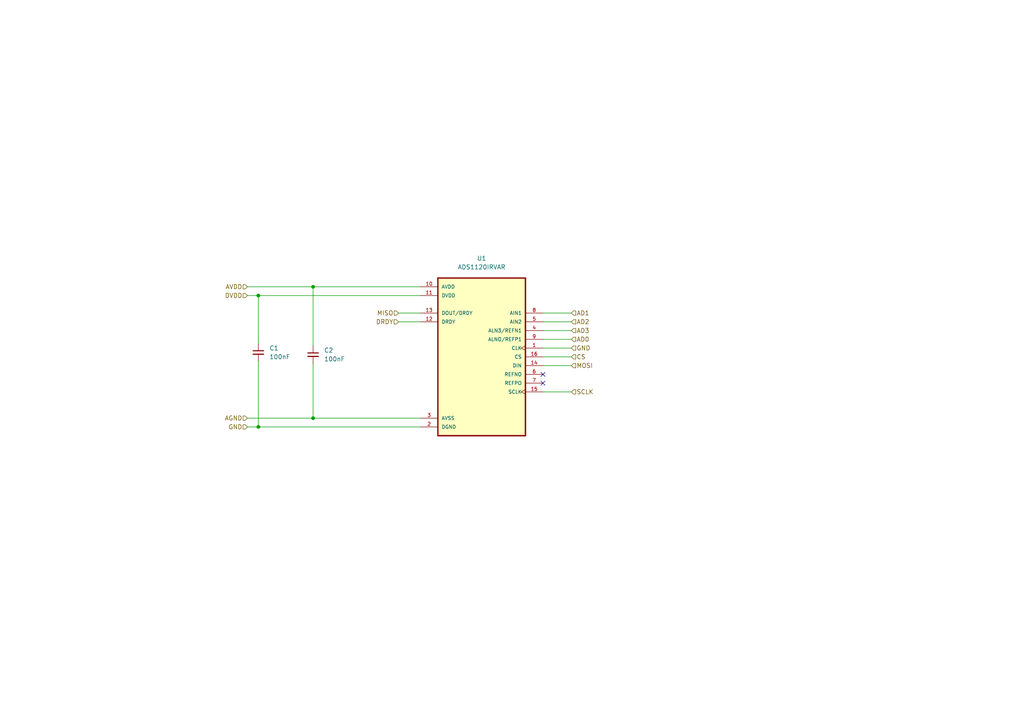
<source format=kicad_sch>
(kicad_sch (version 20211123) (generator eeschema)

  (uuid 1895faed-13c7-4877-930c-ef39a1d7419c)

  (paper "A4")

  (lib_symbols
    (symbol "Device:C_Small" (pin_numbers hide) (pin_names (offset 0.254) hide) (in_bom yes) (on_board yes)
      (property "Reference" "C" (id 0) (at 0.254 1.778 0)
        (effects (font (size 1.27 1.27)) (justify left))
      )
      (property "Value" "C_Small" (id 1) (at 0.254 -2.032 0)
        (effects (font (size 1.27 1.27)) (justify left))
      )
      (property "Footprint" "" (id 2) (at 0 0 0)
        (effects (font (size 1.27 1.27)) hide)
      )
      (property "Datasheet" "~" (id 3) (at 0 0 0)
        (effects (font (size 1.27 1.27)) hide)
      )
      (property "ki_keywords" "capacitor cap" (id 4) (at 0 0 0)
        (effects (font (size 1.27 1.27)) hide)
      )
      (property "ki_description" "Unpolarized capacitor, small symbol" (id 5) (at 0 0 0)
        (effects (font (size 1.27 1.27)) hide)
      )
      (property "ki_fp_filters" "C_*" (id 6) (at 0 0 0)
        (effects (font (size 1.27 1.27)) hide)
      )
      (symbol "C_Small_0_1"
        (polyline
          (pts
            (xy -1.524 -0.508)
            (xy 1.524 -0.508)
          )
          (stroke (width 0.3302) (type default) (color 0 0 0 0))
          (fill (type none))
        )
        (polyline
          (pts
            (xy -1.524 0.508)
            (xy 1.524 0.508)
          )
          (stroke (width 0.3048) (type default) (color 0 0 0 0))
          (fill (type none))
        )
      )
      (symbol "C_Small_1_1"
        (pin passive line (at 0 2.54 270) (length 2.032)
          (name "~" (effects (font (size 1.27 1.27))))
          (number "1" (effects (font (size 1.27 1.27))))
        )
        (pin passive line (at 0 -2.54 90) (length 2.032)
          (name "~" (effects (font (size 1.27 1.27))))
          (number "2" (effects (font (size 1.27 1.27))))
        )
      )
    )
    (symbol "b110:ADS1120IRVAR" (pin_names (offset 1.016)) (in_bom yes) (on_board yes)
      (property "Reference" "U" (id 0) (at -12.7 23.86 0)
        (effects (font (size 1.27 1.27)) (justify left bottom))
      )
      (property "Value" "ADS1120IRVAR" (id 1) (at -12.7 -26.86 0)
        (effects (font (size 1.27 1.27)) (justify left bottom))
      )
      (property "Footprint" "QFN50P350X350X100-17N" (id 2) (at 0 0 0)
        (effects (font (size 1.27 1.27)) (justify bottom) hide)
      )
      (property "Datasheet" "" (id 3) (at 0 0 0)
        (effects (font (size 1.27 1.27)) hide)
      )
      (symbol "ADS1120IRVAR_0_0"
        (rectangle (start -12.7 -22.86) (end 12.7 22.86)
          (stroke (width 0.41) (type default) (color 0 0 0 0))
          (fill (type background))
        )
        (pin input clock (at -17.78 2.54 0) (length 5.08)
          (name "CLK" (effects (font (size 1.016 1.016))))
          (number "1" (effects (font (size 1.016 1.016))))
        )
        (pin power_in line (at 17.78 20.32 180) (length 5.08)
          (name "AVDD" (effects (font (size 1.016 1.016))))
          (number "10" (effects (font (size 1.016 1.016))))
        )
        (pin power_in line (at 17.78 17.78 180) (length 5.08)
          (name "DVDD" (effects (font (size 1.016 1.016))))
          (number "11" (effects (font (size 1.016 1.016))))
        )
        (pin output line (at 17.78 10.16 180) (length 5.08)
          (name "DRDY" (effects (font (size 1.016 1.016))))
          (number "12" (effects (font (size 1.016 1.016))))
        )
        (pin output line (at 17.78 12.7 180) (length 5.08)
          (name "DOUT/DRDY" (effects (font (size 1.016 1.016))))
          (number "13" (effects (font (size 1.016 1.016))))
        )
        (pin input line (at -17.78 -2.54 0) (length 5.08)
          (name "DIN" (effects (font (size 1.016 1.016))))
          (number "14" (effects (font (size 1.016 1.016))))
        )
        (pin input clock (at -17.78 -10.16 0) (length 5.08)
          (name "SCLK" (effects (font (size 1.016 1.016))))
          (number "15" (effects (font (size 1.016 1.016))))
        )
        (pin input line (at -17.78 0 0) (length 5.08)
          (name "CS" (effects (font (size 1.016 1.016))))
          (number "16" (effects (font (size 1.016 1.016))))
        )
        (pin power_in line (at 17.78 -20.32 180) (length 5.08)
          (name "DGND" (effects (font (size 1.016 1.016))))
          (number "2" (effects (font (size 1.016 1.016))))
        )
        (pin power_in line (at 17.78 -17.78 180) (length 5.08)
          (name "AVSS" (effects (font (size 1.016 1.016))))
          (number "3" (effects (font (size 1.016 1.016))))
        )
        (pin input line (at -17.78 7.62 0) (length 5.08)
          (name "ALN3/REFN1" (effects (font (size 1.016 1.016))))
          (number "4" (effects (font (size 1.016 1.016))))
        )
        (pin input line (at -17.78 10.16 0) (length 5.08)
          (name "AIN2" (effects (font (size 1.016 1.016))))
          (number "5" (effects (font (size 1.016 1.016))))
        )
        (pin input line (at -17.78 -5.08 0) (length 5.08)
          (name "REFNO" (effects (font (size 1.016 1.016))))
          (number "6" (effects (font (size 1.016 1.016))))
        )
        (pin input line (at -17.78 -7.62 0) (length 5.08)
          (name "REFPO" (effects (font (size 1.016 1.016))))
          (number "7" (effects (font (size 1.016 1.016))))
        )
        (pin input line (at -17.78 12.7 0) (length 5.08)
          (name "AIN1" (effects (font (size 1.016 1.016))))
          (number "8" (effects (font (size 1.016 1.016))))
        )
        (pin input line (at -17.78 5.08 0) (length 5.08)
          (name "ALNO/REFP1" (effects (font (size 1.016 1.016))))
          (number "9" (effects (font (size 1.016 1.016))))
        )
      )
    )
  )

  (junction (at 74.93 85.725) (diameter 0) (color 0 0 0 0)
    (uuid 0d016875-b17f-4d57-a166-db8b74e3aa84)
  )
  (junction (at 90.805 83.185) (diameter 0) (color 0 0 0 0)
    (uuid b8de4a9e-b652-44a1-8034-2913f92a36aa)
  )
  (junction (at 90.805 121.285) (diameter 0) (color 0 0 0 0)
    (uuid c78a8ff3-00f3-40e8-9e4c-8d1728f13bec)
  )
  (junction (at 74.93 123.825) (diameter 0) (color 0 0 0 0)
    (uuid e9a2fae7-e004-4435-b8d1-5d74997c9cfc)
  )

  (no_connect (at 157.48 108.585) (uuid 893c6ac5-b27c-4aa1-a667-9eee5e3a643d))
  (no_connect (at 157.48 111.125) (uuid 893c6ac5-b27c-4aa1-a667-9eee5e3a643d))

  (wire (pts (xy 157.48 90.805) (xy 165.735 90.805))
    (stroke (width 0) (type default) (color 0 0 0 0))
    (uuid 19aa8c19-2c53-4e9d-89ca-e17913972e36)
  )
  (wire (pts (xy 157.48 113.665) (xy 165.735 113.665))
    (stroke (width 0) (type default) (color 0 0 0 0))
    (uuid 2e5a6af7-764e-46cc-acda-61cde9ce0753)
  )
  (wire (pts (xy 74.93 104.775) (xy 74.93 123.825))
    (stroke (width 0) (type default) (color 0 0 0 0))
    (uuid 30ee7876-9d23-4022-bce2-52d639afe1f7)
  )
  (wire (pts (xy 90.805 105.41) (xy 90.805 121.285))
    (stroke (width 0) (type default) (color 0 0 0 0))
    (uuid 3b40a88c-64cd-48c5-a2af-d9eb9920aee5)
  )
  (wire (pts (xy 71.755 83.185) (xy 90.805 83.185))
    (stroke (width 0) (type default) (color 0 0 0 0))
    (uuid 4dc35bf0-3311-477f-9b9f-1d9639e84239)
  )
  (wire (pts (xy 157.48 106.045) (xy 165.735 106.045))
    (stroke (width 0) (type default) (color 0 0 0 0))
    (uuid 514ac416-17e0-4bfe-9ef5-1c3a3209f72e)
  )
  (wire (pts (xy 90.805 83.185) (xy 90.805 100.33))
    (stroke (width 0) (type default) (color 0 0 0 0))
    (uuid 54072028-3c3b-4082-86b4-78797812681b)
  )
  (wire (pts (xy 115.57 90.805) (xy 121.92 90.805))
    (stroke (width 0) (type default) (color 0 0 0 0))
    (uuid 59fd7c7f-4cf9-4506-85ee-9539c8630923)
  )
  (wire (pts (xy 74.93 123.825) (xy 121.92 123.825))
    (stroke (width 0) (type default) (color 0 0 0 0))
    (uuid 7c0b3190-ad53-4a4e-aca9-ea859b90fbca)
  )
  (wire (pts (xy 74.93 85.725) (xy 74.93 99.695))
    (stroke (width 0) (type default) (color 0 0 0 0))
    (uuid 9f952ad6-3772-4ea4-9802-38c9768c01a1)
  )
  (wire (pts (xy 71.755 123.825) (xy 74.93 123.825))
    (stroke (width 0) (type default) (color 0 0 0 0))
    (uuid a4749e9a-c317-40dc-b171-638ea5416b24)
  )
  (wire (pts (xy 157.48 103.505) (xy 165.735 103.505))
    (stroke (width 0) (type default) (color 0 0 0 0))
    (uuid a86426f9-7469-441c-af0b-3c6c9eebf35b)
  )
  (wire (pts (xy 90.805 121.285) (xy 121.92 121.285))
    (stroke (width 0) (type default) (color 0 0 0 0))
    (uuid b02c5d7e-4492-4dcf-9396-c9dc98c1ee4b)
  )
  (wire (pts (xy 157.48 100.965) (xy 165.735 100.965))
    (stroke (width 0) (type default) (color 0 0 0 0))
    (uuid b25a7f5d-7b14-4bb2-8d37-70de4f7ae533)
  )
  (wire (pts (xy 71.755 121.285) (xy 90.805 121.285))
    (stroke (width 0) (type default) (color 0 0 0 0))
    (uuid b418717a-4275-4de3-8b85-f572bb3cc6ab)
  )
  (wire (pts (xy 74.93 85.725) (xy 121.92 85.725))
    (stroke (width 0) (type default) (color 0 0 0 0))
    (uuid c9733f9f-957b-4956-88eb-0cda4ed02fd1)
  )
  (wire (pts (xy 157.48 93.345) (xy 165.735 93.345))
    (stroke (width 0) (type default) (color 0 0 0 0))
    (uuid cfc1e562-872f-4852-b899-9fbba2227731)
  )
  (wire (pts (xy 90.805 83.185) (xy 121.92 83.185))
    (stroke (width 0) (type default) (color 0 0 0 0))
    (uuid d2194350-5ec7-4483-a1b8-59c0d7e31fe4)
  )
  (wire (pts (xy 71.755 85.725) (xy 74.93 85.725))
    (stroke (width 0) (type default) (color 0 0 0 0))
    (uuid d44117c8-108d-47d7-be61-9cc951856a6e)
  )
  (wire (pts (xy 115.57 93.345) (xy 121.92 93.345))
    (stroke (width 0) (type default) (color 0 0 0 0))
    (uuid d9f69bbe-1189-409b-b63d-77d90f102944)
  )
  (wire (pts (xy 157.48 95.885) (xy 165.735 95.885))
    (stroke (width 0) (type default) (color 0 0 0 0))
    (uuid dd407b3c-ba4a-4c0e-9195-22d3d2b343ea)
  )
  (wire (pts (xy 157.48 98.425) (xy 165.735 98.425))
    (stroke (width 0) (type default) (color 0 0 0 0))
    (uuid ec4461b8-9606-4028-a640-d874993d4440)
  )

  (hierarchical_label "GND" (shape input) (at 71.755 123.825 180)
    (effects (font (size 1.27 1.27)) (justify right))
    (uuid 3a157695-9c71-4123-9d47-e9f157bde643)
  )
  (hierarchical_label "SCLK" (shape input) (at 165.735 113.665 0)
    (effects (font (size 1.27 1.27)) (justify left))
    (uuid 4085dfa1-97c3-403e-a744-98694d2f72fa)
  )
  (hierarchical_label "AD2" (shape input) (at 165.735 93.345 0)
    (effects (font (size 1.27 1.27)) (justify left))
    (uuid 9b78af17-8317-4504-a43b-c62cd5a76e8b)
  )
  (hierarchical_label "CS" (shape input) (at 165.735 103.505 0)
    (effects (font (size 1.27 1.27)) (justify left))
    (uuid bd465b30-21fc-4b5a-a0a2-5f8a259c6be9)
  )
  (hierarchical_label "AD0" (shape input) (at 165.735 98.425 0)
    (effects (font (size 1.27 1.27)) (justify left))
    (uuid bffe9798-2957-4c29-b086-63526df0343a)
  )
  (hierarchical_label "AGND" (shape input) (at 71.755 121.285 180)
    (effects (font (size 1.27 1.27)) (justify right))
    (uuid c9024730-7ab1-4b32-9205-0c9287147f40)
  )
  (hierarchical_label "MISO" (shape input) (at 115.57 90.805 180)
    (effects (font (size 1.27 1.27)) (justify right))
    (uuid d3a182a8-17e5-4a4b-a08c-5dca6adb0275)
  )
  (hierarchical_label "DRDY" (shape input) (at 115.57 93.345 180)
    (effects (font (size 1.27 1.27)) (justify right))
    (uuid d7417f30-c918-4d03-bd39-87142366a7a3)
  )
  (hierarchical_label "MOSI" (shape input) (at 165.735 106.045 0)
    (effects (font (size 1.27 1.27)) (justify left))
    (uuid d84c040b-2435-4f3f-b275-48beaa18fdb9)
  )
  (hierarchical_label "AD1" (shape input) (at 165.735 90.805 0)
    (effects (font (size 1.27 1.27)) (justify left))
    (uuid db5774cb-45f9-464e-91d4-3427448c7157)
  )
  (hierarchical_label "AVDD" (shape input) (at 71.755 83.185 180)
    (effects (font (size 1.27 1.27)) (justify right))
    (uuid e6beb509-1cd5-4bc9-a66e-ace1b7e435a9)
  )
  (hierarchical_label "GND" (shape input) (at 165.735 100.965 0)
    (effects (font (size 1.27 1.27)) (justify left))
    (uuid e6e729b8-1bb4-44fe-9f0c-57998f0df4ed)
  )
  (hierarchical_label "DVDD" (shape input) (at 71.755 85.725 180)
    (effects (font (size 1.27 1.27)) (justify right))
    (uuid eff11fcf-dd4d-4049-9297-a67a0c015182)
  )
  (hierarchical_label "AD3" (shape input) (at 165.735 95.885 0)
    (effects (font (size 1.27 1.27)) (justify left))
    (uuid f11d3d71-558c-4481-bbcf-6ea48d68645b)
  )

  (symbol (lib_id "b110:ADS1120IRVAR") (at 139.7 103.505 0) (mirror y) (unit 1)
    (in_bom yes) (on_board yes) (fields_autoplaced)
    (uuid 684a5169-a6eb-4a7e-a50f-b1f433742bd0)
    (property "Reference" "U1" (id 0) (at 139.7 74.93 0))
    (property "Value" "ADS1120IRVAR" (id 1) (at 139.7 77.47 0))
    (property "Footprint" "QFN50P350X350X100-17N" (id 2) (at 139.7 103.505 0)
      (effects (font (size 1.27 1.27)) (justify bottom) hide)
    )
    (property "Datasheet" "" (id 3) (at 139.7 103.505 0)
      (effects (font (size 1.27 1.27)) hide)
    )
    (pin "1" (uuid e21b5c14-c600-4a30-8582-c7c964f5a443))
    (pin "10" (uuid d73bbf85-dc8b-4fee-b3a0-7150aa3f1332))
    (pin "11" (uuid 98cd0a12-cbe0-484a-bf5b-30dfcd6c4f46))
    (pin "12" (uuid c8e3e687-0307-4716-b7bd-f0cc8f514853))
    (pin "13" (uuid 28211f3a-c4d3-4572-80e4-0610df8be120))
    (pin "14" (uuid e9cf4519-4b1b-4e6d-8892-028de54609a1))
    (pin "15" (uuid caffbf95-7f37-4f2d-9282-e83ea982e7a7))
    (pin "16" (uuid a5aa82f9-4ff6-407b-9ac4-2a1972049951))
    (pin "2" (uuid 9269d10e-1551-4636-b390-14ab3b9e36d3))
    (pin "3" (uuid f0587a54-2c8e-4cac-bc27-507a5ba2d9a4))
    (pin "4" (uuid 21f62068-968d-418b-86ae-9189c8eb3451))
    (pin "5" (uuid b10ec25c-07e6-4e6a-8910-6fbeb995e53a))
    (pin "6" (uuid 67c777f8-640a-432d-bbc1-cf03ad365721))
    (pin "7" (uuid 508ad8af-2a3c-40e0-baa6-d10699581404))
    (pin "8" (uuid 8ae85e56-7d30-4241-b205-953fd7d6a054))
    (pin "9" (uuid 7d874d9f-546e-4ca5-8ff2-d6a58683223a))
  )

  (symbol (lib_id "Device:C_Small") (at 74.93 102.235 0) (unit 1)
    (in_bom yes) (on_board yes) (fields_autoplaced)
    (uuid 9c2cbde9-2cce-476f-bdc6-e418b4a38ba3)
    (property "Reference" "C1" (id 0) (at 78.105 100.9712 0)
      (effects (font (size 1.27 1.27)) (justify left))
    )
    (property "Value" "100nF" (id 1) (at 78.105 103.5112 0)
      (effects (font (size 1.27 1.27)) (justify left))
    )
    (property "Footprint" "Capacitor_SMD:C_0603_1608Metric" (id 2) (at 74.93 102.235 0)
      (effects (font (size 1.27 1.27)) hide)
    )
    (property "Datasheet" "~" (id 3) (at 74.93 102.235 0)
      (effects (font (size 1.27 1.27)) hide)
    )
    (pin "1" (uuid 08314b70-2ff0-491b-bba3-c5b3324b7135))
    (pin "2" (uuid bb07b304-a523-4636-8480-5574f2fa28d8))
  )

  (symbol (lib_id "Device:C_Small") (at 90.805 102.87 0) (unit 1)
    (in_bom yes) (on_board yes) (fields_autoplaced)
    (uuid e82b14de-4973-4cf6-85fc-5879ad6b7718)
    (property "Reference" "C2" (id 0) (at 93.98 101.6062 0)
      (effects (font (size 1.27 1.27)) (justify left))
    )
    (property "Value" "100nF" (id 1) (at 93.98 104.1462 0)
      (effects (font (size 1.27 1.27)) (justify left))
    )
    (property "Footprint" "Capacitor_SMD:C_0603_1608Metric" (id 2) (at 90.805 102.87 0)
      (effects (font (size 1.27 1.27)) hide)
    )
    (property "Datasheet" "~" (id 3) (at 90.805 102.87 0)
      (effects (font (size 1.27 1.27)) hide)
    )
    (pin "1" (uuid 24adc993-de4d-41ef-8ffa-86804e196421))
    (pin "2" (uuid fce16642-66b2-4a02-ae13-85b128077087))
  )
)

</source>
